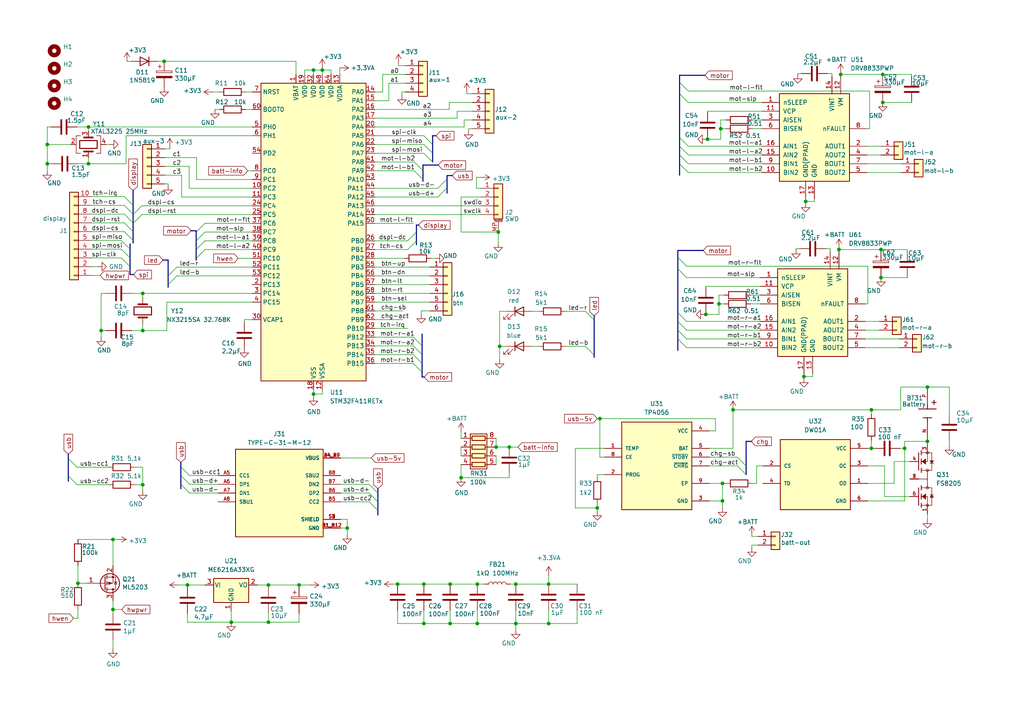
<source format=kicad_sch>
(kicad_sch (version 20230121) (generator eeschema)
  (paper "A4")
  (junction (at 149.606 169.418))
  (junction (at 41.402 85.09))
  (junction (at 252.73 130.048))
  (junction (at 67.056 180.467))
  (junction (at 93.472 20.32))
  (junction (at 86.741 169.672))
  (junction (at 122.936 180.848))
  (junction (at 13.716 47.498))
  (junction (at 77.851 169.672))
  (junction (at 252.73 118.872))
  (junction (at 268.986 128.016))
  (junction (at 100.711 153.162))
  (junction (at 173.228 147.32))
  (junction (at 256.032 21.59))
  (junction (at 204.724 91.186))
  (junction (at 29.337 95.885))
  (junction (at 138.43 169.418))
  (junction (at 159.131 169.418))
  (junction (at 212.598 118.872))
  (junction (at 209.55 140.208))
  (junction (at 90.932 114.3))
  (junction (at 47.625 17.78))
  (junction (at 243.84 21.59))
  (junction (at 256.032 29.718))
  (junction (at 208.534 88.138))
  (junction (at 41.402 140.589))
  (junction (at 209.55 145.288))
  (junction (at 41.402 95.885))
  (junction (at 130.556 180.848))
  (junction (at 130.556 169.418))
  (junction (at 54.356 169.672))
  (junction (at 143.891 129.667))
  (junction (at 32.766 156.464))
  (junction (at 255.524 80.518))
  (junction (at 268.986 112.268))
  (junction (at 138.43 180.848))
  (junction (at 25.654 47.498))
  (junction (at 147.701 129.667))
  (junction (at 144.907 100.457))
  (junction (at 13.716 41.91))
  (junction (at 205.232 40.386))
  (junction (at 22.606 169.164))
  (junction (at 243.332 72.39))
  (junction (at 233.68 58.42))
  (junction (at 25.654 36.83))
  (junction (at 173.99 121.412))
  (junction (at 159.131 180.848))
  (junction (at 122.936 169.418))
  (junction (at 133.731 138.557))
  (junction (at 90.932 20.32))
  (junction (at 262.382 130.048))
  (junction (at 32.766 176.784))
  (junction (at 255.524 72.39))
  (junction (at 149.606 180.848))
  (junction (at 209.042 37.338))
  (junction (at 115.316 169.418))
  (junction (at 144.526 67.31))
  (junction (at 77.851 180.467))
  (junction (at 233.172 109.22))
  (bus_entry (at 19.812 132.969) (size 2.54 2.54))
  (bus_entry (at 197.104 47.498) (size 2.54 2.54))
  (bus_entry (at 119.888 105.41) (size 2.54 2.54))
  (bus_entry (at 36.068 67.183) (size 2.54 2.54))
  (bus_entry (at 118.237 72.39) (size 2.54 -2.54))
  (bus_entry (at 19.812 138.049) (size 2.54 2.54))
  (bus_entry (at 196.596 95.758) (size 2.54 2.54))
  (bus_entry (at 197.104 42.418) (size 2.54 2.54))
  (bus_entry (at 127 54.61) (size 2.54 -2.54))
  (bus_entry (at 196.596 77.978) (size 2.54 2.54))
  (bus_entry (at 35.179 72.263) (size 2.54 2.54))
  (bus_entry (at 52.451 140.462) (size 2.54 2.54))
  (bus_entry (at 52.451 137.922) (size 2.54 2.54))
  (bus_entry (at 127 57.15) (size 2.54 -2.54))
  (bus_entry (at 196.596 74.676) (size 2.54 2.54))
  (bus_entry (at 122.936 44.45) (size 2.54 2.54))
  (bus_entry (at 35.179 74.803) (size 2.54 2.54))
  (bus_entry (at 56.896 67.31) (size 2.54 -2.54))
  (bus_entry (at 197.104 23.876) (size 2.54 2.54))
  (bus_entry (at 56.896 69.85) (size 2.54 -2.54))
  (bus_entry (at 120.142 46.99) (size 2.54 2.54))
  (bus_entry (at 56.896 72.39) (size 2.54 -2.54))
  (bus_entry (at 213.868 135.128) (size 2.54 2.54))
  (bus_entry (at 197.104 44.958) (size 2.54 2.54))
  (bus_entry (at 119.888 97.79) (size 2.54 2.54))
  (bus_entry (at 122.936 41.91) (size 2.54 2.54))
  (bus_entry (at 196.596 93.218) (size 2.54 2.54))
  (bus_entry (at 56.896 74.93) (size 2.54 -2.54))
  (bus_entry (at 36.068 59.563) (size 2.54 2.54))
  (bus_entry (at 36.068 57.023) (size 2.54 2.54))
  (bus_entry (at 197.104 39.878) (size 2.54 2.54))
  (bus_entry (at 120.142 49.53) (size 2.54 2.54))
  (bus_entry (at 169.799 100.457) (size 2.54 2.54))
  (bus_entry (at 107.061 143.002) (size 2.54 2.54))
  (bus_entry (at 38.608 62.23) (size 2.54 -2.54))
  (bus_entry (at 36.068 64.643) (size 2.54 2.54))
  (bus_entry (at 107.061 140.462) (size 2.54 2.54))
  (bus_entry (at 119.888 102.87) (size 2.54 2.54))
  (bus_entry (at 169.799 90.297) (size 2.54 2.54))
  (bus_entry (at 213.868 132.588) (size 2.54 2.54))
  (bus_entry (at 36.068 62.103) (size 2.54 2.54))
  (bus_entry (at 118.237 69.85) (size 2.54 -2.54))
  (bus_entry (at 38.608 64.77) (size 2.54 -2.54))
  (bus_entry (at 122.936 39.37) (size 2.54 2.54))
  (bus_entry (at 35.179 69.723) (size 2.54 2.54))
  (bus_entry (at 196.596 98.298) (size 2.54 2.54))
  (bus_entry (at 197.104 27.178) (size 2.54 2.54))
  (bus_entry (at 119.888 100.33) (size 2.54 2.54))
  (bus_entry (at 48.768 82.55) (size 2.54 -2.54))
  (bus_entry (at 48.768 80.01) (size 2.54 -2.54))
  (bus_entry (at 196.596 90.678) (size 2.54 2.54))
  (bus_entry (at 107.061 145.542) (size 2.54 2.54))
  (bus_entry (at 52.451 135.382) (size 2.54 2.54))
  (wire (pts (xy 26.543 62.103) (xy 36.068 62.103)))
  (bus (pts (xy 122.682 52.07) (xy 122.682 49.53)))
  (wire (pts (xy 115.316 177.038) (xy 115.316 180.848)))
  (wire (pts (xy 90.932 114.3) (xy 90.932 115.062)))
  (wire (pts (xy 51.308 80.01) (xy 73.152 80.01)))
  (bus (pts (xy 125.476 39.37) (xy 125.476 41.91)))
  (wire (pts (xy 52.705 50.8) (xy 52.705 57.15)))
  (wire (pts (xy 149.606 180.848) (xy 149.606 182.753)))
  (wire (pts (xy 255.524 80.518) (xy 263.144 80.518)))
  (bus (pts (xy 120.777 65.278) (xy 120.777 67.31)))
  (wire (pts (xy 59.436 72.39) (xy 73.152 72.39)))
  (wire (pts (xy 209.55 140.208) (xy 210.566 140.208)))
  (bus (pts (xy 38.608 69.215) (xy 38.608 67.183)))
  (wire (pts (xy 256.032 21.59) (xy 256.032 22.098)))
  (wire (pts (xy 98.552 19.685) (xy 98.552 21.59)))
  (wire (pts (xy 173.228 138.43) (xy 173.228 137.668)))
  (wire (pts (xy 154.432 100.457) (xy 156.337 100.457)))
  (wire (pts (xy 22.352 36.83) (xy 25.654 36.83)))
  (wire (pts (xy 159.131 166.878) (xy 159.131 169.418)))
  (wire (pts (xy 159.131 180.848) (xy 167.386 180.848)))
  (bus (pts (xy 37.719 79.629) (xy 38.735 79.629)))
  (wire (pts (xy 240.03 21.336) (xy 241.3 21.336)))
  (wire (pts (xy 93.472 114.3) (xy 90.932 114.3)))
  (wire (pts (xy 124.968 74.93) (xy 126.238 74.93)))
  (wire (pts (xy 136.906 32.258) (xy 132.588 32.258)))
  (wire (pts (xy 261.239 112.268) (xy 268.986 112.268)))
  (wire (pts (xy 108.712 44.45) (xy 122.936 44.45)))
  (wire (pts (xy 108.712 41.91) (xy 122.936 41.91)))
  (bus (pts (xy 216.408 128.016) (xy 217.932 128.016)))
  (bus (pts (xy 38.608 62.103) (xy 38.608 62.23)))
  (bus (pts (xy 56.896 69.85) (xy 56.896 67.31)))
  (wire (pts (xy 13.716 41.91) (xy 20.574 41.91)))
  (bus (pts (xy 48.768 80.01) (xy 48.768 75.438)))
  (wire (pts (xy 124.714 82.55) (xy 108.712 82.55)))
  (wire (pts (xy 32.766 185.674) (xy 32.766 188.214)))
  (wire (pts (xy 124.714 80.01) (xy 108.712 80.01)))
  (wire (pts (xy 199.136 98.298) (xy 220.472 98.298)))
  (wire (pts (xy 132.588 34.29) (xy 108.712 34.29)))
  (wire (pts (xy 163.957 90.297) (xy 169.799 90.297)))
  (wire (pts (xy 135.382 27.178) (xy 136.906 27.178)))
  (wire (pts (xy 36.576 47.498) (xy 36.576 39.37)))
  (wire (pts (xy 133.731 134.747) (xy 133.731 138.557)))
  (wire (pts (xy 41.402 135.509) (xy 41.402 140.589)))
  (wire (pts (xy 117.602 24.13) (xy 112.776 24.13)))
  (wire (pts (xy 108.712 90.17) (xy 116.84 90.17)))
  (bus (pts (xy 122.682 47.879) (xy 127.127 47.879)))
  (wire (pts (xy 220.472 83.058) (xy 204.724 83.058)))
  (wire (pts (xy 261.239 118.872) (xy 261.239 112.268)))
  (wire (pts (xy 108.712 62.23) (xy 139.446 62.23)))
  (wire (pts (xy 93.472 113.03) (xy 93.472 114.3)))
  (wire (pts (xy 110.998 21.59) (xy 117.602 21.59)))
  (bus (pts (xy 109.601 141.732) (xy 109.601 143.002)))
  (wire (pts (xy 32.766 156.464) (xy 32.766 164.084)))
  (wire (pts (xy 41.402 85.09) (xy 41.402 86.36)))
  (wire (pts (xy 217.678 85.598) (xy 220.472 85.598)))
  (wire (pts (xy 251.714 130.048) (xy 252.73 130.048)))
  (wire (pts (xy 108.712 31.75) (xy 130.302 31.75)))
  (wire (pts (xy 239.522 72.136) (xy 240.792 72.136)))
  (wire (pts (xy 47.625 17.78) (xy 85.852 17.78)))
  (wire (pts (xy 122.936 177.038) (xy 122.936 180.848)))
  (wire (pts (xy 93.472 20.32) (xy 96.012 20.32)))
  (bus (pts (xy 52.451 137.922) (xy 52.451 140.462)))
  (wire (pts (xy 218.186 37.338) (xy 220.98 37.338)))
  (bus (pts (xy 122.682 52.578) (xy 122.682 52.07)))
  (wire (pts (xy 250.952 95.758) (xy 255.016 95.758)))
  (wire (pts (xy 264.414 21.59) (xy 264.414 22.098)))
  (wire (pts (xy 166.878 130.048) (xy 166.878 147.32)))
  (wire (pts (xy 98.806 132.842) (xy 107.696 132.842)))
  (bus (pts (xy 122.428 96.901) (xy 122.428 100.33)))
  (bus (pts (xy 196.596 74.676) (xy 196.596 77.978)))
  (wire (pts (xy 233.172 109.22) (xy 233.172 109.728)))
  (bus (pts (xy 38.608 64.77) (xy 38.608 67.183)))
  (wire (pts (xy 57.023 52.07) (xy 57.023 45.72)))
  (bus (pts (xy 196.596 72.644) (xy 196.596 74.676)))
  (wire (pts (xy 144.907 104.267) (xy 144.907 100.457)))
  (bus (pts (xy 37.719 72.263) (xy 37.719 74.803)))
  (wire (pts (xy 59.436 64.77) (xy 73.152 64.77)))
  (bus (pts (xy 122.682 49.53) (xy 122.682 47.879)))
  (bus (pts (xy 56.896 75.438) (xy 56.896 74.93)))
  (wire (pts (xy 233.172 108.458) (xy 233.172 109.22)))
  (wire (pts (xy 144.526 67.31) (xy 144.526 70.485)))
  (wire (pts (xy 22.352 140.589) (xy 31.496 140.589)))
  (wire (pts (xy 41.402 95.885) (xy 38.227 95.885)))
  (wire (pts (xy 115.316 169.418) (xy 122.936 169.418)))
  (wire (pts (xy 144.907 100.457) (xy 144.907 90.297)))
  (wire (pts (xy 212.598 118.872) (xy 252.73 118.872)))
  (wire (pts (xy 110.998 26.67) (xy 110.998 21.59)))
  (wire (pts (xy 275.336 112.268) (xy 275.336 120.142)))
  (wire (pts (xy 138.43 177.038) (xy 138.43 180.848)))
  (wire (pts (xy 218.059 155.575) (xy 219.837 155.575)))
  (bus (pts (xy 196.596 72.644) (xy 203.962 72.644)))
  (bus (pts (xy 37.719 74.803) (xy 37.719 77.343)))
  (bus (pts (xy 56.896 66.929) (xy 55.372 66.929)))
  (bus (pts (xy 56.896 74.93) (xy 56.896 72.39)))
  (bus (pts (xy 56.896 67.31) (xy 56.896 66.929)))
  (wire (pts (xy 108.712 57.15) (xy 127 57.15)))
  (wire (pts (xy 207.518 124.968) (xy 205.74 124.968)))
  (wire (pts (xy 73.152 92.71) (xy 70.866 92.71)))
  (wire (pts (xy 25.146 169.164) (xy 22.606 169.164)))
  (wire (pts (xy 54.864 54.61) (xy 73.152 54.61)))
  (wire (pts (xy 263.144 72.39) (xy 263.144 72.898)))
  (wire (pts (xy 108.712 95.25) (xy 118.237 95.25)))
  (wire (pts (xy 29.337 85.09) (xy 30.607 85.09)))
  (wire (pts (xy 67.056 180.467) (xy 77.851 180.467)))
  (wire (pts (xy 108.712 64.77) (xy 119.888 64.77)))
  (wire (pts (xy 205.232 40.386) (xy 205.232 40.132)))
  (bus (pts (xy 52.451 135.382) (xy 52.451 137.922)))
  (wire (pts (xy 90.932 20.32) (xy 90.932 21.59)))
  (wire (pts (xy 90.932 20.32) (xy 93.472 20.32)))
  (wire (pts (xy 48.387 87.63) (xy 48.387 95.885)))
  (wire (pts (xy 133.731 138.557) (xy 147.701 138.557)))
  (bus (pts (xy 122.428 102.87) (xy 122.428 105.41)))
  (wire (pts (xy 175.26 132.588) (xy 173.99 132.588)))
  (wire (pts (xy 149.606 177.038) (xy 149.606 180.848)))
  (wire (pts (xy 163.957 100.457) (xy 169.799 100.457)))
  (wire (pts (xy 199.136 80.518) (xy 220.472 80.518)))
  (wire (pts (xy 138.176 51.435) (xy 138.176 54.61)))
  (wire (pts (xy 262.382 130.048) (xy 262.382 145.288)))
  (wire (pts (xy 13.716 36.83) (xy 14.732 36.83)))
  (wire (pts (xy 48.387 95.885) (xy 41.402 95.885)))
  (bus (pts (xy 122.428 107.95) (xy 122.428 109.347)))
  (wire (pts (xy 149.606 169.418) (xy 159.131 169.418)))
  (wire (pts (xy 22.606 47.498) (xy 25.654 47.498)))
  (bus (pts (xy 197.104 42.418) (xy 197.104 39.878)))
  (wire (pts (xy 252.222 26.416) (xy 252.222 37.338)))
  (wire (pts (xy 108.712 105.41) (xy 119.888 105.41)))
  (wire (pts (xy 25.654 36.83) (xy 25.654 38.1)))
  (wire (pts (xy 130.556 177.038) (xy 130.556 180.848)))
  (wire (pts (xy 209.042 37.338) (xy 209.042 34.798)))
  (bus (pts (xy 19.812 131.699) (xy 19.812 132.969)))
  (wire (pts (xy 149.606 180.848) (xy 159.131 180.848)))
  (wire (pts (xy 117.348 74.93) (xy 108.712 74.93)))
  (bus (pts (xy 125.476 39.37) (xy 126.492 39.37)))
  (wire (pts (xy 41.402 140.589) (xy 41.402 142.367)))
  (wire (pts (xy 268.986 128.016) (xy 268.986 128.778)))
  (wire (pts (xy 114.046 169.418) (xy 115.316 169.418)))
  (wire (pts (xy 54.356 169.672) (xy 54.356 170.307)))
  (wire (pts (xy 233.172 109.22) (xy 235.712 109.22)))
  (bus (pts (xy 125.476 41.91) (xy 125.476 44.45)))
  (wire (pts (xy 199.644 44.958) (xy 220.98 44.958)))
  (wire (pts (xy 205.232 32.258) (xy 205.232 32.512)))
  (wire (pts (xy 205.74 132.588) (xy 213.868 132.588)))
  (wire (pts (xy 199.644 50.038) (xy 220.98 50.038)))
  (wire (pts (xy 231.394 21.59) (xy 231.394 21.336)))
  (wire (pts (xy 251.714 145.288) (xy 262.382 145.288)))
  (wire (pts (xy 93.472 20.32) (xy 93.472 21.59)))
  (wire (pts (xy 13.716 36.83) (xy 13.716 41.91)))
  (wire (pts (xy 26.543 67.183) (xy 36.068 67.183)))
  (wire (pts (xy 199.644 42.418) (xy 220.98 42.418)))
  (wire (pts (xy 173.228 146.05) (xy 173.228 147.32)))
  (wire (pts (xy 204.724 91.186) (xy 208.534 91.186)))
  (bus (pts (xy 172.339 92.837) (xy 172.339 102.997)))
  (wire (pts (xy 250.952 98.298) (xy 260.858 98.298)))
  (wire (pts (xy 209.55 140.208) (xy 209.55 145.288)))
  (wire (pts (xy 250.952 100.838) (xy 260.858 100.838)))
  (wire (pts (xy 133.731 67.31) (xy 144.526 67.31)))
  (wire (pts (xy 48.768 53.848) (xy 48.768 53.34)))
  (wire (pts (xy 90.932 113.03) (xy 90.932 114.3)))
  (wire (pts (xy 212.598 130.048) (xy 212.598 118.872)))
  (wire (pts (xy 124.714 85.09) (xy 108.712 85.09)))
  (wire (pts (xy 112.776 24.13) (xy 112.776 29.21)))
  (wire (pts (xy 204.978 40.386) (xy 205.232 40.386)))
  (wire (pts (xy 199.644 26.416) (xy 252.222 26.416)))
  (wire (pts (xy 255.524 72.39) (xy 263.144 72.39)))
  (wire (pts (xy 54.991 137.922) (xy 63.246 137.922)))
  (wire (pts (xy 108.712 97.79) (xy 119.888 97.79)))
  (wire (pts (xy 41.402 85.09) (xy 73.152 85.09)))
  (wire (pts (xy 159.131 177.038) (xy 159.131 180.848)))
  (wire (pts (xy 268.986 112.268) (xy 275.336 112.268)))
  (wire (pts (xy 251.46 50.038) (xy 261.366 50.038)))
  (bus (pts (xy 52.451 134.112) (xy 52.451 135.382)))
  (wire (pts (xy 241.3 21.336) (xy 241.3 22.098)))
  (bus (pts (xy 122.428 109.347) (xy 123.063 109.347)))
  (bus (pts (xy 109.601 143.002) (xy 109.601 145.542)))
  (wire (pts (xy 167.386 177.038) (xy 167.386 180.848)))
  (bus (pts (xy 197.104 47.498) (xy 197.104 44.958)))
  (wire (pts (xy 259.334 133.858) (xy 259.334 140.208)))
  (wire (pts (xy 251.714 77.216) (xy 251.714 88.138)))
  (wire (pts (xy 34.036 156.464) (xy 32.766 156.464)))
  (wire (pts (xy 59.436 67.31) (xy 73.152 67.31)))
  (bus (pts (xy 48.768 75.438) (xy 47.244 75.438)))
  (wire (pts (xy 48.387 87.63) (xy 73.152 87.63)))
  (wire (pts (xy 108.712 72.39) (xy 118.237 72.39)))
  (wire (pts (xy 25.654 47.498) (xy 36.576 47.498)))
  (wire (pts (xy 217.678 88.138) (xy 220.472 88.138)))
  (wire (pts (xy 29.337 95.885) (xy 30.607 95.885)))
  (wire (pts (xy 47.752 50.8) (xy 52.705 50.8)))
  (bus (pts (xy 120.777 67.31) (xy 120.777 69.85)))
  (wire (pts (xy 208.534 88.138) (xy 210.058 88.138)))
  (wire (pts (xy 108.712 36.83) (xy 134.62 36.83)))
  (wire (pts (xy 250.952 88.138) (xy 251.714 88.138)))
  (bus (pts (xy 122.428 100.33) (xy 122.428 102.87)))
  (wire (pts (xy 49.276 43.18) (xy 47.752 43.18)))
  (bus (pts (xy 38.608 69.342) (xy 38.608 69.723)))
  (wire (pts (xy 93.472 19.685) (xy 93.472 20.32)))
  (wire (pts (xy 199.136 77.216) (xy 251.714 77.216)))
  (wire (pts (xy 256.54 135.128) (xy 256.54 144.018)))
  (wire (pts (xy 26.543 72.263) (xy 35.179 72.263)))
  (wire (pts (xy 133.731 57.15) (xy 139.446 57.15)))
  (wire (pts (xy 26.543 74.803) (xy 35.179 74.803)))
  (wire (pts (xy 22.606 169.164) (xy 22.606 164.084)))
  (wire (pts (xy 13.716 47.498) (xy 13.716 49.53)))
  (wire (pts (xy 199.644 29.718) (xy 220.98 29.718)))
  (wire (pts (xy 230.886 72.136) (xy 231.902 72.136)))
  (wire (pts (xy 22.352 135.509) (xy 31.496 135.509)))
  (wire (pts (xy 218.059 155.194) (xy 218.059 155.575)))
  (wire (pts (xy 41.402 93.98) (xy 41.402 95.885)))
  (wire (pts (xy 132.588 32.258) (xy 132.588 34.29)))
  (wire (pts (xy 173.228 147.32) (xy 173.228 148.336)))
  (wire (pts (xy 175.26 130.048) (xy 166.878 130.048)))
  (wire (pts (xy 252.73 118.872) (xy 261.239 118.872)))
  (wire (pts (xy 130.302 31.75) (xy 130.302 29.718)))
  (wire (pts (xy 122.174 90.17) (xy 122.174 91.186)))
  (wire (pts (xy 41.148 59.69) (xy 73.152 59.69)))
  (wire (pts (xy 207.518 121.412) (xy 207.518 124.968)))
  (bus (pts (xy 38.608 64.77) (xy 38.608 64.643)))
  (wire (pts (xy 233.68 58.42) (xy 236.22 58.42)))
  (wire (pts (xy 85.852 21.59) (xy 85.852 17.78)))
  (wire (pts (xy 70.866 92.71) (xy 70.866 93.472)))
  (wire (pts (xy 208.534 88.138) (xy 208.534 91.186)))
  (wire (pts (xy 233.68 58.42) (xy 233.68 58.928)))
  (bus (pts (xy 129.667 50.927) (xy 129.667 56.007)))
  (wire (pts (xy 204.47 91.186) (xy 204.724 91.186)))
  (wire (pts (xy 98.806 140.462) (xy 107.061 140.462)))
  (wire (pts (xy 235.712 109.22) (xy 235.712 108.458)))
  (wire (pts (xy 133.731 125.222) (xy 133.731 127.127)))
  (wire (pts (xy 98.806 143.002) (xy 107.061 143.002)))
  (wire (pts (xy 199.136 93.218) (xy 220.472 93.218)))
  (wire (pts (xy 218.186 34.798) (xy 220.98 34.798)))
  (bus (pts (xy 216.408 137.668) (xy 216.408 135.128)))
  (wire (pts (xy 135.382 26.67) (xy 135.382 27.178)))
  (wire (pts (xy 71.247 26.67) (xy 73.152 26.67)))
  (wire (pts (xy 243.84 21.082) (xy 243.84 21.59)))
  (wire (pts (xy 25.654 45.72) (xy 25.654 47.498)))
  (wire (pts (xy 256.032 21.59) (xy 264.414 21.59)))
  (wire (pts (xy 48.768 53.34) (xy 47.752 53.34)))
  (wire (pts (xy 143.891 129.667) (xy 147.701 129.667)))
  (wire (pts (xy 268.986 149.098) (xy 268.986 150.622)))
  (wire (pts (xy 138.176 54.61) (xy 139.446 54.61)))
  (wire (pts (xy 251.714 135.128) (xy 256.54 135.128)))
  (wire (pts (xy 26.543 77.343) (xy 28.321 77.343)))
  (bus (pts (xy 197.104 21.844) (xy 204.47 21.844)))
  (wire (pts (xy 112.776 29.21) (xy 108.712 29.21)))
  (wire (pts (xy 29.337 97.79) (xy 29.337 95.885)))
  (bus (pts (xy 120.777 65.278) (xy 121.412 65.278)))
  (wire (pts (xy 45.72 17.78) (xy 47.625 17.78)))
  (wire (pts (xy 98.806 153.162) (xy 100.711 153.162)))
  (wire (pts (xy 108.712 26.67) (xy 110.998 26.67)))
  (wire (pts (xy 218.186 140.208) (xy 219.456 140.208)))
  (wire (pts (xy 148.082 169.418) (xy 149.606 169.418)))
  (wire (pts (xy 251.46 42.418) (xy 255.524 42.418)))
  (bus (pts (xy 38.608 69.723) (xy 38.608 70.485)))
  (wire (pts (xy 71.882 49.53) (xy 73.152 49.53)))
  (wire (pts (xy 204.724 83.058) (xy 204.724 83.312)))
  (wire (pts (xy 47.752 48.26) (xy 54.864 48.26)))
  (wire (pts (xy 122.936 169.418) (xy 130.556 169.418)))
  (wire (pts (xy 147.701 138.557) (xy 147.701 137.287)))
  (wire (pts (xy 21.336 179.324) (xy 22.606 179.324)))
  (wire (pts (xy 199.644 47.498) (xy 220.98 47.498)))
  (wire (pts (xy 108.712 59.69) (xy 139.446 59.69)))
  (wire (pts (xy 251.46 37.338) (xy 252.222 37.338)))
  (wire (pts (xy 88.392 21.59) (xy 88.392 20.32)))
  (wire (pts (xy 54.991 140.462) (xy 63.246 140.462)))
  (bus (pts (xy 19.812 138.049) (xy 19.812 139.573)))
  (wire (pts (xy 116.586 26.67) (xy 117.602 26.67)))
  (bus (pts (xy 37.719 77.343) (xy 37.719 79.629)))
  (wire (pts (xy 36.83 17.78) (xy 38.1 17.78)))
  (wire (pts (xy 22.606 156.464) (xy 32.766 156.464)))
  (wire (pts (xy 139.446 51.435) (xy 138.176 51.435)))
  (wire (pts (xy 77.851 169.672) (xy 86.741 169.672)))
  (wire (pts (xy 243.84 21.59) (xy 256.032 21.59)))
  (wire (pts (xy 159.131 169.418) (xy 167.386 169.418)))
  (bus (pts (xy 197.104 27.178) (xy 197.104 39.878)))
  (bus (pts (xy 197.104 44.958) (xy 197.104 42.418)))
  (wire (pts (xy 74.676 169.672) (xy 77.851 169.672)))
  (wire (pts (xy 51.308 77.47) (xy 73.152 77.47)))
  (wire (pts (xy 39.116 140.589) (xy 41.402 140.589)))
  (wire (pts (xy 243.332 72.39) (xy 255.524 72.39)))
  (wire (pts (xy 57.023 52.07) (xy 73.152 52.07)))
  (wire (pts (xy 32.766 176.784) (xy 32.766 178.054)))
  (wire (pts (xy 138.43 180.848) (xy 149.606 180.848)))
  (wire (pts (xy 262.382 130.048) (xy 262.382 128.016)))
  (wire (pts (xy 268.986 127.508) (xy 268.986 128.016)))
  (bus (pts (xy 196.596 98.298) (xy 196.596 95.758)))
  (wire (pts (xy 98.806 150.622) (xy 100.711 150.622)))
  (wire (pts (xy 96.012 20.32) (xy 96.012 21.59)))
  (wire (pts (xy 255.524 72.39) (xy 255.524 72.898)))
  (wire (pts (xy 52.705 57.15) (xy 73.152 57.15)))
  (bus (pts (xy 38.608 55.245) (xy 38.608 59.563)))
  (bus (pts (xy 52.451 140.462) (xy 52.451 141.732)))
  (wire (pts (xy 32.766 174.244) (xy 32.766 176.784)))
  (wire (pts (xy 98.806 145.542) (xy 107.061 145.542)))
  (wire (pts (xy 108.712 100.33) (xy 119.888 100.33)))
  (wire (pts (xy 22.606 179.324) (xy 22.606 176.784)))
  (wire (pts (xy 26.543 59.563) (xy 36.068 59.563)))
  (wire (pts (xy 230.886 72.39) (xy 230.886 72.136)))
  (wire (pts (xy 26.543 64.643) (xy 36.068 64.643)))
  (wire (pts (xy 100.711 150.622) (xy 100.711 153.162)))
  (wire (pts (xy 26.543 69.723) (xy 35.179 69.723)))
  (wire (pts (xy 51.816 169.672) (xy 54.356 169.672)))
  (wire (pts (xy 205.74 130.048) (xy 212.598 130.048)))
  (wire (pts (xy 199.136 100.838) (xy 220.472 100.838)))
  (wire (pts (xy 49.276 42.672) (xy 49.276 43.18)))
  (wire (pts (xy 252.73 118.872) (xy 252.73 120.142)))
  (wire (pts (xy 77.851 169.672) (xy 77.851 170.307)))
  (wire (pts (xy 32.766 176.784) (xy 35.306 176.784)))
  (wire (pts (xy 251.46 44.958) (xy 255.524 44.958)))
  (wire (pts (xy 263.906 133.858) (xy 259.334 133.858)))
  (bus (pts (xy 122.428 105.41) (xy 122.428 107.95)))
  (wire (pts (xy 71.247 31.75) (xy 73.152 31.75)))
  (wire (pts (xy 54.356 180.467) (xy 67.056 180.467)))
  (wire (pts (xy 115.57 18.288) (xy 115.57 19.05)))
  (wire (pts (xy 231.394 21.336) (xy 232.41 21.336)))
  (wire (pts (xy 115.316 180.848) (xy 122.936 180.848)))
  (wire (pts (xy 108.712 102.87) (xy 119.888 102.87)))
  (wire (pts (xy 261.112 130.048) (xy 262.382 130.048)))
  (wire (pts (xy 54.991 143.002) (xy 63.246 143.002)))
  (wire (pts (xy 236.22 58.42) (xy 236.22 57.658)))
  (bus (pts (xy 196.596 101.6) (xy 196.596 98.298)))
  (wire (pts (xy 54.864 48.26) (xy 54.864 54.61)))
  (wire (pts (xy 13.716 47.498) (xy 14.986 47.498)))
  (bus (pts (xy 48.768 83.312) (xy 48.768 82.55)))
  (wire (pts (xy 122.936 180.848) (xy 130.556 180.848)))
  (bus (pts (xy 197.104 21.844) (xy 197.104 23.876)))
  (wire (pts (xy 204.724 91.186) (xy 204.724 90.932)))
  (wire (pts (xy 208.534 88.138) (xy 208.534 85.598)))
  (bus (pts (xy 172.339 91.567) (xy 172.339 92.837)))
  (wire (pts (xy 205.74 135.128) (xy 213.868 135.128)))
  (bus (pts (xy 120.777 69.85) (xy 120.777 70.993)))
  (wire (pts (xy 144.907 90.297) (xy 146.812 90.297)))
  (wire (pts (xy 208.534 85.598) (xy 210.058 85.598)))
  (bus (pts (xy 125.476 44.45) (xy 125.476 46.99)))
  (wire (pts (xy 38.227 85.09) (xy 41.402 85.09)))
  (wire (pts (xy 205.74 140.208) (xy 209.55 140.208)))
  (bus (pts (xy 197.104 23.876) (xy 197.104 27.178)))
  (wire (pts (xy 220.98 32.258) (xy 205.232 32.258)))
  (wire (pts (xy 59.436 69.85) (xy 73.152 69.85)))
  (wire (pts (xy 144.907 100.457) (xy 146.812 100.457)))
  (wire (pts (xy 108.712 39.37) (xy 122.936 39.37)))
  (bus (pts (xy 38.608 62.23) (xy 38.608 64.643)))
  (wire (pts (xy 135.89 37.846) (xy 135.89 37.338)))
  (wire (pts (xy 262.382 128.016) (xy 268.986 128.016)))
  (wire (pts (xy 108.712 54.61) (xy 127 54.61)))
  (wire (pts (xy 243.332 71.882) (xy 243.332 72.39)))
  (wire (pts (xy 26.543 57.023) (xy 36.068 57.023)))
  (wire (pts (xy 256.032 29.718) (xy 264.414 29.718)))
  (wire (pts (xy 108.712 69.85) (xy 118.237 69.85)))
  (wire (pts (xy 86.741 169.672) (xy 89.916 169.672)))
  (wire (pts (xy 41.148 62.23) (xy 73.152 62.23)))
  (wire (pts (xy 209.042 37.338) (xy 210.566 37.338)))
  (wire (pts (xy 86.741 169.672) (xy 86.741 170.307)))
  (wire (pts (xy 240.792 72.136) (xy 240.792 72.898)))
  (bus (pts (xy 38.608 59.563) (xy 38.608 62.103)))
  (wire (pts (xy 130.302 29.718) (xy 136.906 29.718)))
  (wire (pts (xy 124.714 77.47) (xy 108.712 77.47)))
  (wire (pts (xy 36.576 39.37) (xy 73.152 39.37)))
  (wire (pts (xy 205.232 40.386) (xy 209.042 40.386)))
  (bus (pts (xy 37.719 70.739) (xy 37.719 72.263)))
  (wire (pts (xy 133.731 129.667) (xy 133.731 132.207)))
  (bus (pts (xy 216.408 135.128) (xy 216.408 128.016)))
  (wire (pts (xy 108.712 49.53) (xy 120.142 49.53)))
  (wire (pts (xy 61.722 26.67) (xy 63.627 26.67)))
  (wire (pts (xy 63.627 31.75) (xy 62.357 31.75)))
  (wire (pts (xy 209.042 34.798) (xy 210.566 34.798)))
  (wire (pts (xy 77.851 180.467) (xy 86.741 180.467)))
  (wire (pts (xy 233.68 57.658) (xy 233.68 58.42)))
  (wire (pts (xy 100.711 153.162) (xy 100.711 155.067)))
  (wire (pts (xy 86.741 180.467) (xy 86.741 177.927)))
  (wire (pts (xy 13.716 41.91) (xy 13.716 47.498)))
  (bus (pts (xy 109.601 145.542) (xy 109.601 148.082)))
  (wire (pts (xy 251.714 140.208) (xy 259.334 140.208)))
  (wire (pts (xy 143.891 127.127) (xy 143.891 129.667)))
  (wire (pts (xy 219.456 135.128) (xy 221.234 135.128)))
  (wire (pts (xy 250.952 93.218) (xy 255.016 93.218)))
  (wire (pts (xy 29.337 95.885) (xy 29.337 85.09)))
  (bus (pts (xy 48.768 82.55) (xy 48.768 80.01)))
  (wire (pts (xy 154.432 90.297) (xy 156.337 90.297)))
  (wire (pts (xy 115.57 19.05) (xy 117.602 19.05)))
  (wire (pts (xy 219.456 140.208) (xy 219.456 135.128)))
  (wire (pts (xy 256.54 144.018) (xy 263.906 144.018)))
  (bus (pts (xy 109.601 148.082) (xy 109.601 149.352)))
  (wire (pts (xy 209.042 37.338) (xy 209.042 40.386)))
  (wire (pts (xy 251.46 47.498) (xy 261.366 47.498)))
  (wire (pts (xy 108.712 46.99) (xy 120.142 46.99)))
  (wire (pts (xy 77.851 180.467) (xy 77.851 177.927)))
  (wire (pts (xy 39.116 135.509) (xy 41.402 135.509)))
  (bus (pts (xy 196.596 95.758) (xy 196.596 93.218)))
  (wire (pts (xy 108.712 92.71) (xy 116.84 92.71)))
  (wire (pts (xy 173.99 121.412) (xy 207.518 121.412)))
  (wire (pts (xy 88.392 20.32) (xy 90.932 20.32)))
  (wire (pts (xy 218.059 158.877) (xy 218.059 158.115)))
  (wire (pts (xy 138.43 169.418) (xy 140.462 169.418)))
  (bus (pts (xy 129.667 50.927) (xy 131.191 50.927)))
  (wire (pts (xy 116.586 27.686) (xy 116.586 26.67)))
  (wire (pts (xy 147.701 129.667) (xy 150.241 129.667)))
  (wire (pts (xy 218.059 158.115) (xy 219.837 158.115)))
  (wire (pts (xy 209.55 145.288) (xy 209.55 147.32)))
  (bus (pts (xy 196.596 93.218) (xy 196.596 90.678)))
  (wire (pts (xy 143.891 132.207) (xy 143.891 134.747)))
  (wire (pts (xy 69.088 74.93) (xy 73.152 74.93)))
  (wire (pts (xy 30.734 41.91) (xy 31.75 41.91)))
  (wire (pts (xy 243.332 72.39) (xy 243.332 72.898)))
  (wire (pts (xy 205.74 145.288) (xy 209.55 145.288)))
  (wire (pts (xy 134.62 34.798) (xy 136.906 34.798)))
  (wire (pts (xy 173.228 121.412) (xy 173.99 121.412)))
  (wire (pts (xy 252.73 130.048) (xy 253.492 130.048)))
  (wire (pts (xy 134.62 36.83) (xy 134.62 34.798)))
  (wire (pts (xy 173.228 137.668) (xy 175.26 137.668)))
  (wire (pts (xy 130.556 169.418) (xy 138.43 169.418)))
  (wire (pts (xy 57.023 45.72) (xy 47.752 45.72)))
  (wire (pts (xy 130.556 180.848) (xy 138.43 180.848)))
  (wire (pts (xy 54.356 177.927) (xy 54.356 180.467)))
  (wire (pts (xy 67.056 177.292) (xy 67.056 180.467)))
  (bus (pts (xy 19.812 132.969) (xy 19.812 138.049)))
  (wire (pts (xy 124.714 90.17) (xy 122.174 90.17)))
  (wire (pts (xy 243.84 21.59) (xy 243.84 22.098)))
  (wire (pts (xy 275.336 127.762) (xy 275.336 129.286)))
  (wire (pts (xy 199.136 95.758) (xy 220.472 95.758)))
  (wire (pts (xy 25.654 36.83) (xy 73.152 36.83)))
  (wire (pts (xy 252.73 130.048) (xy 252.73 127.762)))
  (wire (pts (xy 135.89 37.338) (xy 136.906 37.338)))
  (wire (pts (xy 173.99 132.588) (xy 173.99 121.412)))
  (bus (pts (xy 197.104 50.8) (xy 197.104 47.498)))
  (wire (pts (xy 26.543 79.883) (xy 29.083 79.883)))
  (wire (pts (xy 166.878 147.32) (xy 173.228 147.32)))
  (wire (pts (xy 124.714 87.63) (xy 108.712 87.63)))
  (wire (pts (xy 54.356 169.672) (xy 59.436 169.672)))
  (bus (pts (xy 56.896 72.39) (xy 56.896 69.85)))
  (wire (pts (xy 133.731 57.15) (xy 133.731 67.31)))
  (bus (pts (xy 196.596 77.978) (xy 196.596 90.678)))
  (bus (pts (xy 172.339 102.997) (xy 172.339 103.632)))
  (label "chg-sb" (at 205.994 132.588 0))
  (label "usb-cc1" (at 55.626 137.922 0))
  (label "c3" (at 50.038 50.8 0))
  (label "btn-rt" (at 116.84 85.09 180))
  (label "spi-clk" (at 113.538 39.37 0))
  (label "chg-act" (at 205.994 135.128 0))
  (label "mot-l-a2" (at 62.611 72.39 0))
  (label "spi-miso" (at 113.538 41.91 0))
  (label "dspl-dc" (at 109.855 69.85 0))
  (label "mot-r-flt" (at 211.074 77.216 0))
  (label "tch-cs" (at 26.797 59.563 0))
  (label "mot-r-a1" (at 110.236 97.79 0))
  (label "mot-l-b1" (at 110.49 49.53 0))
  (label "mot-r-a2" (at 110.236 100.33 0))
  (label "mot-r-b2" (at 110.236 102.87 0))
  (label "mot-r-a2" (at 210.82 95.758 0))
  (label "mot-l-a1" (at 62.611 69.85 0))
  (label "btn-lt" (at 116.713 82.55 180))
  (label "dspl-cs" (at 42.799 59.69 0))
  (label "usb-cc1" (at 23.114 135.509 0))
  (label "spi-miso" (at 26.543 69.723 0))
  (label "usb-d-" (at 55.626 143.002 0))
  (label "spi-clk" (at 26.543 74.803 0))
  (label "usb-d+" (at 99.441 143.002 0))
  (label "chg-sb" (at 110.49 90.17 0))
  (label "mot-slp" (at 211.328 29.718 0))
  (label "tch-cs" (at 110.109 72.39 0))
  (label "spi-mosi" (at 26.543 72.263 0))
  (label "a3" (at 122.682 34.29 0))
  (label "mot-l-flt" (at 211.582 26.416 0))
  (label "chg-act" (at 110.49 92.71 0))
  (label "mot-l-flt" (at 110.109 64.77 0))
  (label "mot-l-b1" (at 211.328 47.498 0))
  (label "dspl-rst" (at 26.543 64.643 0))
  (label "mot-r-a1" (at 210.82 93.218 0))
  (label "mot-l-b2" (at 211.328 50.038 0))
  (label "tch-irq" (at 110.236 95.25 0))
  (label "a4" (at 122.682 36.83 0))
  (label "mot-l-a1" (at 211.328 42.418 0))
  (label "c1" (at 50.038 45.72 0))
  (label "spi-mosi" (at 113.538 44.45 0))
  (label "mot-r-b1" (at 110.236 105.41 0))
  (label "usb-d-" (at 99.441 140.462 0))
  (label "btn-sel" (at 118.11 87.63 180))
  (label "mot-l-b2" (at 110.49 46.99 0))
  (label "a1" (at 113.157 24.13 0))
  (label "btn-dn" (at 117.602 80.01 180))
  (label "btn-up" (at 117.602 77.47 180))
  (label "usb-d-" (at 118.364 54.61 0))
  (label "tch-irq" (at 26.797 57.023 0))
  (label "dspl-dc" (at 26.543 62.103 0))
  (label "c2" (at 50.038 48.26 0))
  (label "swclk" (at 134.366 62.23 0))
  (label "led-r" (at 52.07 77.47 0))
  (label "usb-d+" (at 118.364 57.15 0))
  (label "led-r" (at 164.846 90.297 0))
  (label "dspl-cs" (at 26.543 67.183 0))
  (label "a2" (at 122.555 31.75 0))
  (label "mot-r-b2" (at 210.82 100.838 0))
  (label "swdio" (at 134.366 59.69 0))
  (label "dspl-rst" (at 42.799 62.23 0))
  (label "mot-r-flt" (at 62.738 64.77 0))
  (label "mot-l-a2" (at 211.328 44.958 0))
  (label "usb-cc2" (at 23.114 140.589 0))
  (label "a0" (at 113.157 21.59 0))
  (label "mot-slp" (at 210.82 80.518 0))
  (label "led-b" (at 164.846 100.457 0))
  (label "mot-r-b1" (at 210.82 98.298 0))
  (label "usb-cc2" (at 99.441 145.542 0))
  (label "led-b" (at 52.07 80.01 0))
  (label "mot-slp" (at 62.611 67.31 0))
  (label "usb-d+" (at 55.626 140.462 0))
  (global_label "spi" (shape input) (at 126.492 39.37 0) (property "Intersheetrefs" "${INTERSHEET_REFS}" (effects hide)))
  (global_label "display" (shape input) (at 121.412 65.278 0) (property "Intersheetrefs" "${INTERSHEET_REFS}" (effects hide)))
  (global_label "usb" (shape input) (at 19.812 131.699 90) (property "Intersheetrefs" "${INTERSHEET_REFS}" (effects hide)))
  (global_label "batt-info" (shape input) (at 150.241 129.667 0) (property "Intersheetrefs" "${INTERSHEET_REFS}" (effects hide)))
  (global_label "usb" (shape input) (at 52.451 134.112 90) (property "Intersheetrefs" "${INTERSHEET_REFS}" (effects hide)))
  (global_label "usb" (shape input) (at 109.601 141.732 90) (property "Intersheetrefs" "${INTERSHEET_REFS}" (effects hide)))
  (global_label "chg" (shape input) (at 217.932 128.016 0) (property "Intersheetrefs" "${INTERSHEET_REFS}" (effects hide)))
  (global_label "motor" (shape input) (at 127.127 47.879 0) (property "Intersheetrefs" "${INTERSHEET_REFS}" (effects hide)))
  (global_label "motor" (shape input) (at 204.47 21.844 0) (property "Intersheetrefs" "${INTERSHEET_REFS}" (effects hide)))
  (global_label "display" (shape input) (at 38.608 55.245 90) (property "Intersheetrefs" "${INTERSHEET_REFS}" (effects hide)))
  (global_label "hwen" (shape input) (at 69.088 74.93 180) (property "Intersheetrefs" "${INTERSHEET_REFS}" (effects hide)))
  (global_label "motor" (shape input) (at 203.962 72.644 0) (property "Intersheetrefs" "${INTERSHEET_REFS}" (effects hide)))
  (global_label "hwpwr" (shape input) (at 29.083 79.883 0) (property "Intersheetrefs" "${INTERSHEET_REFS}" (effects hide)))
  (global_label "usb-5v" (shape input) (at 107.696 132.842 0) (property "Intersheetrefs" "${INTERSHEET_REFS}" (effects hide)))
  (global_label "hwpwr" (shape input) (at 35.306 176.784 0) (property "Intersheetrefs" "${INTERSHEET_REFS}" (effects hide)))
  (global_label "motor" (shape input) (at 123.063 109.347 0) (property "Intersheetrefs" "${INTERSHEET_REFS}" (effects hide)))
  (global_label "led" (shape input) (at 47.244 75.438 180) (property "Intersheetrefs" "${INTERSHEET_REFS}" (effects hide)))
  (global_label "spi" (shape input) (at 38.735 79.629 0) (property "Intersheetrefs" "${INTERSHEET_REFS}" (effects hide)))
  (global_label "usb-5v" (shape input) (at 173.228 121.412 180) (property "Intersheetrefs" "${INTERSHEET_REFS}" (effects hide)))
  (global_label "batt-info" (shape input) (at 71.882 49.53 180) (property "Intersheetrefs" "${INTERSHEET_REFS}" (effects hide)))
  (global_label "hwen" (shape input) (at 21.336 179.324 180) (property "Intersheetrefs" "${INTERSHEET_REFS}" (effects hide)))
  (global_label "motor" (shape input) (at 55.372 66.929 180) (property "Intersheetrefs" "${INTERSHEET_REFS}" (effects hide)))
  (global_label "usb" (shape input) (at 131.191 50.927 0) (property "Intersheetrefs" "${INTERSHEET_REFS}" (effects hide)))
  (global_label "led" (shape input) (at 172.339 91.567 90) (property "Intersheetrefs" "${INTERSHEET_REFS}" (effects hide)))
  (symbol (lib_id "Device:C") (at 159.131 173.228 180) (unit 1)
    (property "Reference" "C30" (at 163.449 175.768 0) (effects (justify left)))
    (property "Value" "1μF" (at 163.576 177.673 0) (effects (justify left)))
    (property "Footprint" "Capacitor_SMD:C_0603_1608Metric" (effects hide))
  )
  (symbol (lib_id "power:GND") (at 47.625 25.4 0) (unit 1)
    (property "Reference" "#PWR0107" (effects hide))
    (property "Value" "GND" (at 47.625 29.21 0) (effects (justify right)))
  )
  (symbol (lib_id "power:GND") (at 275.336 129.286 0) (unit 1)
    (property "Reference" "#PWR0136" (effects hide))
    (property "Value" "GND" (at 280.162 131.826 0) (effects (justify right)))
  )
  (symbol (lib_id "DW01A:DW01A") (at 236.474 137.668 0) (unit 1)
    (property "Reference" "U32" (at 236.474 122.174 0))
    (property "Value" "DW01A" (at 236.474 124.714 0))
    (property "Footprint" "DW01A:SOT95P280X145-6N" (effects hide))
    (property "MF" "Fortune Semiconductor" (effects hide))
    (property "SNAPEDA_PACKAGE_ID" "103849" (effects hide))
    (property "Package" "SOT-23-6 Fortune Semiconductor" (effects hide))
    (property "Price" "None" (effects hide))
    (property "Check_prices" "https://www.snapeda.com/parts/DW01A/Fortune+Semiconductor/view-part/?ref=eda" (effects hide))
    (property "STANDARD" "IPC 7351B" (effects hide))
    (property "PARTREV" "1.8" (effects hide))
    (property "SnapEDA_Link" "https://www.snapeda.com/parts/DW01A/Fortune+Semiconductor/view-part/?ref=snap" (effects hide))
    (property "MP" "DW01A" (effects hide))
    (property "Description" "\n                        \n                            One Cell Lithium-ion/Polymer Battery Protection IC\n                        \n" (effects hide))
    (property "MANUFACTURER" "Fortune Semiconductor" (effects hide))
    (property "Availability" "Not in stock" (effects hide))
    (property "MAXIMUM_PACKAGE_HEIGHT" "1.45mm" (effects hide))
  )
  (symbol (lib_id "Device:C") (at 205.232 36.322 0) (unit 1)
    (property "Reference" "C54" (at 198.628 33.528 0) (effects (justify left)))
    (property "Value" "10nF" (at 197.866 36.068 0) (effects (justify left)))
    (property "Footprint" "Capacitor_SMD:C_0603_1608Metric" (effects hide))
  )
  (symbol (lib_id "power:GND") (at 255.524 80.518 0) (unit 1)
    (property "Reference" "#PWR0126" (effects hide))
    (property "Value" "GND" (at 255.524 84.328 0) (effects (justify right)))
  )
  (symbol (lib_id "power:GND") (at 100.711 155.067 0) (unit 1)
    (property "Reference" "#PWR0142" (effects hide))
    (property "Value" "GND" (at 100.711 158.877 0) (effects (justify right)))
  )
  (symbol (lib_id "power:GND") (at 256.032 29.718 0) (unit 1)
    (property "Reference" "#PWR0111" (effects hide))
    (property "Value" "GND" (at 256.032 33.528 0) (effects (justify right)))
  )
  (symbol (lib_id "Device:C") (at 34.417 95.885 90) (unit 1)
    (property "Reference" "C15" (at 38.862 97.79 90) (effects (justify left)))
    (property "Value" "8pF" (at 38.862 99.695 90) (effects (justify left)))
    (property "Footprint" "Capacitor_SMD:C_0603_1608Metric" (effects hide))
  )
  (symbol (lib_id "power:GND") (at 70.866 101.092 0) (unit 1)
    (property "Reference" "#PWR0130" (effects hide))
    (property "Value" "GND" (at 70.993 105.4862 0))
  )
  (symbol (lib_id "TYPE-C-31-M-12:TYPE-C-31-M-12") (at 81.026 143.002 0) (unit 1)
    (property "Reference" "J31" (at 81.026 125.857 0))
    (property "Value" "TYPE-C-31-M-12" (at 81.026 128.397 0))
    (property "Footprint" "TYPE-C-31-M-12:HRO_TYPE-C-31-M-12" (effects hide))
    (property "MF" "HRO Electronics Co., Ltd." (effects hide))
    (property "MAXIMUM_PACKAGE_HEIGHT" "3.26 mm" (effects hide))
    (property "Package" "Package" (effects hide))
    (property "Price" "None" (effects hide))
    (property "Check_prices" "https://www.snapeda.com/parts/TYPE-C-31-M-12/HRO+Electronics+Co.%252C+Ltd./view-part/?ref=eda" (effects hide))
    (property "STANDARD" "Manufacturer Recommendations" (effects hide))
    (property "PARTREV" "2020.12.08" (effects hide))
    (property "SnapEDA_Link" "https://www.snapeda.com/parts/TYPE-C-31-M-12/HRO+Electronics+Co.%252C+Ltd./view-part/?ref=snap" (effects hide))
    (property "MP" "TYPE-C-31-M-12" (effects hide))
    (property "Description" "\nUSB Connectors 24 Receptacle 1 8.94*7.3mm RoHS\n" (effects hide))
    (property "SNAPEDA_PN" "TYPE-C-31-M-12" (effects hide))
    (property "Availability" "Not in stock" (effects hide))
    (property "MANUFACTURER" "HRO Electronics Co., Ltd." (effects hide))
  )
  (symbol (lib_id "power:GND") (at 209.55 147.32 0) (unit 1)
    (property "Reference" "#PWR0139" (effects hide))
    (property "Value" "GND" (at 209.55 151.13 0) (effects (justify right)))
  )
  (symbol (lib_id "xdeya-rescue:+3.3V-power") (at 135.382 26.67 0) (unit 1)
    (property "Reference" "#PWR0109" (effects hide))
    (property "Value" "+3.3V" (at 135.763 23.4188 0) (effects (justify left)))
  )
  (symbol (lib_id "power:GND") (at 218.059 158.877 0) (unit 1)
    (property "Reference" "#PWR02" (effects hide))
    (property "Value" "GND" (at 218.059 162.687 0) (effects (justify right)))
  )
  (symbol (lib_id "Device:Crystal_GND24") (at 25.654 41.91 90) (unit 1)
    (property "Reference" "Y11" (at 28.702 35.941 90))
    (property "Value" "XTAL3225 25MHz" (at 34.544 38.1 90))
    (property "Footprint" "TSX-3225_16.0000MF18X-AC3:XTAL_TSX-3225_16.0000MF18X-AC3" (effects hide))
  )
  (symbol (lib_id "Device:LED") (at 150.622 90.297 0) (unit 1)
    (property "Reference" "D12" (at 149.0345 84.582 0))
    (property "Value" "red" (at 149.0345 87.122 0))
    (property "Footprint" "LED_SMD:LED_0603_1608Metric" (effects hide))
  )
  (symbol (lib_id "xdeya-rescue:CP-Device") (at 47.625 21.59 0) (unit 1)
    (property "Reference" "C11" (at 50.6222 20.4216 0) (effects (justify left)))
    (property "Value" "330μF" (at 50.6222 22.733 0) (effects (justify left)))
    (property "Footprint" "Capacitor_Tantalum_SMD:CP_EIA-7343-20_Kemet-V" (effects hide))
  )
  (symbol (lib_id "Device:C") (at 167.386 173.228 180) (unit 1)
    (property "Reference" "C31" (at 171.704 175.768 0) (effects (justify left)))
    (property "Value" "100 nF" (at 175.006 177.673 0) (effects (justify left)))
    (property "Footprint" "Capacitor_SMD:C_0603_1608Metric" (effects hide))
  )
  (symbol (lib_id "Connector_Generic:Conn_01x06") (at 129.794 82.55 0) (unit 1)
    (property "Reference" "J16" (at 132.842 85.344 0))
    (property "Value" "btn" (at 132.842 87.884 0))
    (property "Footprint" "Connector_JST:JST_XH_B6B-XH-A_1x06_P2.50mm_Vertical" (effects hide))
  )
  (symbol (lib_id "Driver_Motor:DRV8833PWP") (at 236.22 39.878 0) (unit 1)
    (property "Reference" "U51" (at 246.634 17.272 0) (effects (justify left)))
    (property "Value" "DRV8833PWP" (at 246.634 19.812 0) (effects (justify left)))
    (property "Footprint" "Package_SO:HTSSOP-16-1EP_4.4x5mm_P0.65mm_EP3.4x5mm_Mask2.46x2.31mm_ThermalVias" (effects hide))
    (property "Datasheet" "http://www.ti.com/lit/ds/symlink/drv8833.pdf" (effects hide))
  )
  (symbol (lib_id "Device:C") (at 236.22 21.336 270) (unit 1)
    (property "Reference" "C51" (at 233.426 16.383 90) (effects (justify left)))
    (property "Value" "2.2μF" (at 232.918 18.034 90) (effects (justify left)))
    (property "Footprint" "Capacitor_SMD:C_0603_1608Metric" (effects hide))
  )
  (symbol (lib_id "power:+BATT") (at 51.816 169.672 90) (unit 1)
    (property "Reference" "#PWR0146" (effects hide))
    (property "Value" "+BATT" (at 54.102 166.878 90))
  )
  (symbol (lib_id "Device:R_Pack04") (at 138.811 132.207 270) (unit 1)
    (property "Reference" "RN31" (at 136.271 137.287 90) (effects (justify left)))
    (property "Value" "100k" (at 136.271 139.827 90) (effects (justify left)))
    (property "Footprint" "Resistor_SMD:R_Array_Convex_4x0603" (effects hide))
  )
  (symbol (lib_id "Device:C") (at 204.724 87.122 0) (unit 1)
    (property "Reference" "C64" (at 198.12 84.328 0) (effects (justify left)))
    (property "Value" "10nF" (at 197.358 86.868 0) (effects (justify left)))
    (property "Footprint" "Capacitor_SMD:C_0603_1608Metric" (effects hide))
  )
  (symbol (lib_id "power:GND") (at 62.357 31.75 0) (unit 1)
    (property "Reference" "#PWR0112" (effects hide))
    (property "Value" "GND" (at 62.357 35.56 0) (effects (justify right)))
  )
  (symbol (lib_id "Device:C") (at 18.542 36.83 90) (unit 1)
    (property "Reference" "C12" (at 24.257 33.02 90) (effects (justify left)))
    (property "Value" "1.5pF" (at 24.892 34.925 90) (effects (justify left)))
    (property "Footprint" "Capacitor_SMD:C_0603_1608Metric" (effects hide))
  )
  (symbol (lib_id "xdeya-rescue:+3.3V-power") (at 114.046 169.418 90) (unit 1)
    (property "Reference" "#PWR0145" (effects hide))
    (property "Value" "+3.3V" (at 110.7948 169.037 90) (effects (justify left)))
  )
  (symbol (lib_id "power:GND") (at 268.986 150.622 0) (unit 1)
    (property "Reference" "#PWR0141" (effects hide))
    (property "Value" "GND" (at 268.986 154.432 0) (effects (justify right)))
  )
  (symbol (lib_id "power:GND") (at 133.731 138.557 0) (unit 1)
    (property "Reference" "#PWR0137" (effects hide))
    (property "Value" "GND" (at 133.858 142.9512 0))
  )
  (symbol (lib_id "power:GND") (at 149.606 182.753 0) (unit 1)
    (property "Reference" "#PWR0149" (effects hide))
    (property "Value" "GND" (at 149.606 186.563 0) (effects (justify right)))
  )
  (symbol (lib_id "power:+BATT") (at 243.84 21.082 0) (unit 1)
    (property "Reference" "#PWR0105" (effects hide))
    (property "Value" "+BATT" (at 242.57 17.272 0))
  )
  (symbol (lib_id "power:+BATT") (at 243.332 71.882 0) (unit 1)
    (property "Reference" "#PWR0122" (effects hide))
    (property "Value" "+BATT" (at 242.062 68.072 0))
  )
  (symbol (lib_id "Device:R") (at 160.147 100.457 90) (unit 1)
    (property "Reference" "R15" (at 158.877 95.377 90) (effects (justify left)))
    (property "Value" "5k1" (at 158.877 97.917 90) (effects (justify left)))
    (property "Footprint" "Resistor_SMD:R_0603_1608Metric" (effects hide))
  )
  (symbol (lib_id "xdeya-rescue:+3.3V-power") (at 61.722 26.67 90) (unit 1)
    (property "Reference" "#PWR0108" (effects hide))
    (property "Value" "+3.3V" (at 58.4708 26.289 90) (effects (justify left)))
  )
  (symbol (lib_id "Device:R") (at 173.228 142.24 0) (unit 1)
    (property "Reference" "R33" (at 167.894 140.208 0) (effects (justify left)))
    (property "Value" "1k2" (at 168.021 142.875 0) (effects (justify left)))
    (property "Footprint" "Resistor_SMD:R_0603_1608Metric" (effects hide))
  )
  (symbol (lib_id "xdeya-rescue:+3.3V-power") (at 93.472 19.685 0) (unit 1)
    (property "Reference" "#PWR0103" (effects hide))
    (property "Value" "+3.3V" (at 93.853 16.4338 0) (effects (justify left)))
  )
  (symbol (lib_id "Device:C") (at 32.766 181.864 0) (unit 1)
    (property "Reference" "C21" (at 35.687 180.6956 0) (effects (justify left)))
    (property "Value" "1μF" (at 35.687 183.007 0) (effects (justify left)))
    (property "Footprint" "Capacitor_SMD:C_0603_1608Metric" (effects hide))
  )
  (symbol (lib_id "Device:R") (at 214.376 37.338 90) (unit 1)
    (property "Reference" "R52" (at 215.392 39.37 90) (effects (justify left)))
    (property "Value" "0.51" (at 220.726 39.37 90) (effects (justify left)))
    (property "Footprint" "Resistor_SMD:R_0805_2012Metric" (effects hide))
  )
  (symbol (lib_id "Device:Crystal") (at 41.402 90.17 90) (unit 1)
    (property "Reference" "Y12" (at 49.53 90.17 90) (effects (justify right)))
    (property "Value" "NX3215SA 32.768K" (at 48.26 92.71 90) (effects (justify right)))
    (property "Footprint" "NX3215SA-32.768K-STD-MUA-14:XTAL_NX3215SA-32.768K-STD-MUA-14" (effects hide))
  )
  (symbol (lib_id "power:GND") (at 122.174 91.186 0) (unit 1)
    (property "Reference" "#PWR0127" (effects hide))
    (property "Value" "GND" (at 126.238 92.583 0))
  )
  (symbol (lib_id "xdeya-rescue:CP-Device") (at 86.741 174.117 0) (unit 1)
    (property "Reference" "C24" (at 89.7382 172.9486 0) (effects (justify left)))
    (property "Value" "330μF" (at 89.7382 175.26 0) (effects (justify left)))
    (property "Footprint" "Capacitor_Tantalum_SMD:CP_EIA-7343-20_Kemet-V" (effects hide))
  )
  (symbol (lib_id "Connector_Generic:Conn_01x02") (at 266.446 47.498 0) (unit 1)
    (property "Reference" "J52" (at 269.748 46.99 0))
    (property "Value" "mot-l-b" (at 272.288 49.53 0))
    (property "Footprint" "Connector_JST:JST_XH_B2B-XH-A_1x02_P2.50mm_Vertical" (effects hide))
  )
  (symbol (lib_id "power:GND") (at 135.89 37.846 0) (unit 1)
    (property "Reference" "#PWR0113" (effects hide))
    (property "Value" "GND" (at 138.938 41.91 0) (effects (justify right)))
  )
  (symbol (lib_id "Mechanical:MountingHole") (at 15.748 19.812 0) (unit 1)
    (property "Reference" "H2" (at 18.288 18.6436 0) (effects (justify left)))
    (property "Value" "MountingHole" (effects hide))
    (property "Footprint" "MountingHole:MountingHole_3.2mm_M3" (effects hide))
  )
  (symbol (lib_id "Connector_Generic:Conn_01x02") (at 260.096 93.218 0) (unit 1)
    (property "Reference" "J61" (at 263.398 92.71 0))
    (property "Value" "mot-r-a" (at 265.938 94.996 0))
    (property "Footprint" "Connector_JST:JST_XH_B2B-XH-A_1x02_P2.50mm_Vertical" (effects hide))
  )
  (symbol (lib_id "Device:R") (at 213.868 88.138 90) (unit 1)
    (property "Reference" "R62" (at 214.884 90.17 90) (effects (justify left)))
    (property "Value" "0.51" (at 220.218 90.17 90) (effects (justify left)))
    (property "Footprint" "Resistor_SMD:R_0805_2012Metric" (effects hide))
  )
  (symbol (lib_id "xdeya-rescue:CP-Device") (at 256.032 25.908 0) (unit 1)
    (property "Reference" "C52" (at 256.286 22.352 0) (effects (justify left)))
    (property "Value" "330μF" (at 256.286 23.876 0) (effects (justify left)))
    (property "Footprint" "Capacitor_Tantalum_SMD:CP_EIA-7343-20_Kemet-V" (effects hide))
  )
  (symbol (lib_id "power:GND") (at 230.886 72.39 0) (unit 1)
    (property "Reference" "#PWR0123" (effects hide))
    (property "Value" "GND" (at 229.87 75.184 0) (effects (justify right)))
  )
  (symbol (lib_id "Device:LED") (at 150.622 100.457 0) (unit 1)
    (property "Reference" "D13" (at 149.0345 94.742 0))
    (property "Value" "blue" (at 149.0345 97.282 0))
    (property "Footprint" "LED_SMD:LED_0603_1608Metric" (effects hide))
  )
  (symbol (lib_id "power:GND") (at 67.056 180.467 0) (unit 1)
    (property "Reference" "#PWR0148" (effects hide))
    (property "Value" "GND" (at 67.056 184.277 0) (effects (justify right)))
  )
  (symbol (lib_id "Device:C") (at 263.144 76.708 0) (unit 1)
    (property "Reference" "C63" (at 263.398 73.406 0) (effects (justify left)))
    (property "Value" "10μF" (at 263.144 74.93 0) (effects (justify left)))
    (property "Footprint" "Capacitor_SMD:C_0603_1608Metric" (effects hide))
  )
  (symbol (lib_id "xdeya-rescue:+3.3V-power") (at 139.446 51.435 270) (unit 1)
    (property "Reference" "#PWR0118" (effects hide))
    (property "Value" "+3.3V" (at 142.6972 51.816 90) (effects (justify left)))
  )
  (symbol (lib_id "power:GND") (at 13.716 49.53 0) (unit 1)
    (property "Reference" "#PWR0117" (effects hide))
    (property "Value" "GND" (at 17.78 53.086 0) (effects (justify right)))
  )
  (symbol (lib_id "Device:C") (at 115.316 173.228 0) (unit 1)
    (property "Reference" "C25" (at 116.586 175.768 0) (effects (justify left)))
    (property "Value" "100nF" (at 116.586 178.0794 0) (effects (justify left)))
    (property "Footprint" "Capacitor_SMD:C_0603_1608Metric" (effects hide))
  )
  (symbol (lib_id "xdeya-rescue:+3.3V-power") (at 115.57 18.288 0) (unit 1)
    (property "Reference" "#PWR0102" (effects hide))
    (property "Value" "+3.3V" (at 115.951 15.0368 0) (effects (justify left)))
  )
  (symbol (lib_id "Device:R") (at 35.306 140.589 270) (unit 1)
    (property "Reference" "R32" (at 32.131 138.049 90) (effects (justify left)))
    (property "Value" "5.1k" (at 36.83 138.049 90) (effects (justify left)))
    (property "Footprint" "Resistor_SMD:R_0603_1608Metric" (effects hide))
  )
  (symbol (lib_id "Connector_Generic:Conn_01x02") (at 265.938 98.298 0) (unit 1)
    (property "Reference" "J62" (at 269.24 97.79 0))
    (property "Value" "mot-r-b" (at 271.78 100.33 0))
    (property "Footprint" "Connector_JST:JST_XH_B2B-XH-A_1x02_P2.50mm_Vertical" (effects hide))
  )
  (symbol (lib_id "xdeya-rescue:+3.3V-power") (at 34.036 156.464 270) (unit 1)
    (property "Reference" "#PWR0143" (effects hide))
    (property "Value" "+3.3V" (at 37.2872 156.845 90) (effects (justify left)))
  )
  (symbol (lib_id "power:+3.3VA") (at 98.552 19.685 270) (unit 1)
    (property "Reference" "#PWR0104" (effects hide))
    (property "Value" "+3.3VA" (at 101.727 19.685 90) (effects (justify left)))
  )
  (symbol (lib_id "power:GND") (at 29.337 97.79 0) (unit 1)
    (property "Reference" "#PWR0129" (effects hide))
    (property "Value" "GND" (at 32.258 101.6 0) (effects (justify right)))
  )
  (symbol (lib_id "Device:C") (at 264.414 25.908 0) (unit 1)
    (property "Reference" "C53" (at 264.668 22.606 0) (effects (justify left)))
    (property "Value" "10μF" (at 264.414 24.13 0) (effects (justify left)))
    (property "Footprint" "Capacitor_SMD:C_0603_1608Metric" (effects hide))
  )
  (symbol (lib_id "power:+BATT") (at 212.598 118.872 0) (unit 1)
    (property "Reference" "#PWR0134" (effects hide))
    (property "Value" "+BATT" (at 211.328 115.062 0))
  )
  (symbol (lib_id "power:GND") (at 144.526 70.485 0) (unit 1)
    (property "Reference" "#PWR0121" (effects hide))
    (property "Value" "GND" (at 144.526 74.295 0) (effects (justify right)))
  )
  (symbol (lib_id "Connector_Generic:Conn_01x04") (at 122.682 21.59 0) (unit 1)
    (property "Reference" "J11" (at 125.984 21.082 0))
    (property "Value" "aux-1" (at 127.508 23.114 0))
    (property "Footprint" "Connector_JST:JST_XH_B4B-XH-A_1x04_P2.50mm_Vertical" (effects hide))
  )
  (symbol (lib_id "Device:C") (at 138.43 173.228 180) (unit 1)
    (property "Reference" "C28" (at 142.748 175.768 0) (effects (justify left)))
    (property "Value" "100nF" (at 145.161 177.927 0) (effects (justify left)))
    (property "Footprint" "Capacitor_SMD:C_0603_1608Metric" (effects hide))
  )
  (symbol (lib_id "Device:C") (at 77.851 174.117 0) (unit 1)
    (property "Reference" "C23" (at 78.359 176.657 0) (effects (justify left)))
    (property "Value" "10μF" (at 78.486 178.562 0) (effects (justify left)))
    (property "Footprint" "Capacitor_SMD:C_0603_1608Metric" (effects hide))
  )
  (symbol (lib_id "Connector_Generic:Conn_01x10") (at 21.463 69.723 180) (unit 1)
    (property "Reference" "J1" (at 18.415 66.929 0))
    (property "Value" "display" (at 15.875 63.373 0))
    (property "Footprint" "Connector_JST:JST_XH_B10B-XH-A_1x10_P2.50mm_Vertical" (effects hide))
  )
  (symbol (lib_id "power:GND") (at 233.172 109.728 0) (unit 1)
    (property "Reference" "#PWR0132" (effects hide))
    (property "Value" "GND" (at 233.172 113.538 0) (effects (justify right)))
  )
  (symbol (lib_id "Device:C") (at 147.701 133.477 180) (unit 1)
    (property "Reference" "C32" (at 153.924 132.969 0) (effects (justify left)))
    (property "Value" "1μF" (at 154.051 134.747 0) (effects (justify left)))
    (property "Footprint" "Capacitor_SMD:C_0603_1608Metric" (effects hide))
  )
  (symbol (lib_id "Device:Q_PMOS_GSD") (at 30.226 169.164 0) (mirror x) (unit 1)
    (property "Reference" "Q21" (at 35.433 167.9956 0) (effects (justify left)))
    (property "Value" "ML5203" (at 35.433 170.307 0) (effects (justify left)))
    (property "Footprint" "Package_TO_SOT_SMD:SOT-23" (effects hide))
  )
  (symbol (lib_id "Device:C") (at 130.556 173.228 0) (unit 1)
    (property "Reference" "C27" (at 131.826 175.768 0) (effects (justify left)))
    (property "Value" "100nF" (at 131.826 178.0794 0) (effects (justify left)))
    (property "Footprint" "Capacitor_SMD:C_0603_1608Metric" (effects hide))
  )
  (symbol (lib_id "Connector_Generic:Conn_01x02") (at 260.604 42.418 0) (unit 1)
    (property "Reference" "J51" (at 263.906 41.91 0))
    (property "Value" "mot-l-a" (at 266.446 44.196 0))
    (property "Footprint" "Connector_JST:JST_XH_B2B-XH-A_1x02_P2.50mm_Vertical" (effects hide))
  )
  (symbol (lib_id "Regulator_Linear:MCP1703Ax-330xxTT") (at 67.056 169.672 0) (unit 1)
    (property "Reference" "U21" (at 67.056 162.687 0))
    (property "Value" "ME6216A33XG" (at 67.056 165.227 0))
    (property "Footprint" "Package_TO_SOT_SMD:SOT-23" (effects hide))
    (property "Datasheet" "http://ww1.microchip.com/downloads/en/DeviceDoc/20005122B.pdf" (effects hide))
  )
  (symbol (lib_id "Device:D") (at 41.91 17.78 180) (unit 1)
    (property "Reference" "D11" (at 41.275 20.955 0))
    (property "Value" "1N5819" (at 41.275 23.2664 0))
    (property "Footprint" "Diode_SMD:D_SOD-323" (effects hide))
  )
  (symbol (lib_id "Device:R") (at 252.73 123.952 180) (unit 1)
    (property "Reference" "R35" (at 250.825 121.539 0) (effects (justify left)))
    (property "Value" "100" (at 250.444 123.825 0) (effects (justify left)))
    (property "Footprint" "Resistor_SMD:R_0603_1608Metric" (effects hide))
  )
  (symbol (lib_id "Connector_Generic:Conn_01x02") (at 224.917 155.575 0) (unit 1)
    (property "Reference" "J32" (at 228.219 155.067 0))
    (property "Value" "batt-out" (at 230.759 157.353 0))
    (property "Footprint" "Connector_JST:JST_XH_B2B-XH-A_1x02_P2.50mm_Vertical" (effects hide))
  )
  (symbol (lib_id "power:GND") (at 144.907 104.267 0) (unit 1)
    (property "Reference" "#PWR0131" (effects hide))
    (property "Value" "GND" (at 144.907 108.077 0) (effects (justify right)))
  )
  (symbol (lib_id "power:GND") (at 204.47 91.186 270) (unit 1)
    (property "Reference" "#PWR0128" (effects hide))
    (property "Value" "GND" (at 202.184 89.916 90) (effects (justify right)))
  )
  (symbol (lib_id "Driver_Motor:DRV8833PWP") (at 235.712 90.678 0) (unit 1)
    (property "Reference" "U61" (at 246.126 68.072 0) (effects (justify left)))
    (property "Value" "DRV8833PWP" (at 246.126 70.612 0) (effects (justify left)))
    (property "Footprint" "Package_SO:HTSSOP-16-1EP_4.4x5mm_P0.65mm_EP3.4x5mm_Mask2.46x2.31mm_ThermalVias" (effects hide))
    (property "Datasheet" "http://www.ti.com/lit/ds/symlink/drv8833.pdf" (effects hide))
  )
  (symbol (lib_id "xdeya-rescue:+3.3V-power") (at 36.83 17.78 0) (unit 1)
    (property "Reference" "#PWR0101" (effects hide))
    (property "Value" "+3.3V" (at 37.211 14.5288 0) (effects (justify left)))
  )
  (symbol (lib_id "Device:C") (at 275.336 123.952 0) (unit 1)
    (property "Reference" "C34" (at 277.368 119.888 0) (effects (justify left)))
    (property "Value" "10μF" (at 277.368 121.92 0) (effects (justify left)))
    (property "Footprint" "Capacitor_SMD:C_0603_1608Metric" (effects hide))
  )
  (symbol (lib_id "power:+BATT") (at 218.059 155.194 0) (unit 1)
    (property "Reference" "#PWR01" (effects hide))
    (property "Value" "+BATT" (at 216.789 151.384 0))
  )
  (symbol (lib_id "Device:R") (at 213.868 85.598 90) (unit 1)
    (property "Reference" "R61" (at 220.218 84.582 90) (effects (justify left)))
    (property "Value" "0.51" (at 220.726 86.614 90) (effects (justify left)))
    (property "Footprint" "Resistor_SMD:R_0805_2012Metric" (effects hide))
  )
  (symbol (lib_id "power:GND") (at 41.402 142.367 0) (unit 1)
    (property "Reference" "#PWR0138" (effects hide))
    (property "Value" "GND" (at 41.402 146.177 0) (effects (justify right)))
  )
  (symbol (lib_id "power:GND") (at 28.321 77.343 90) (unit 1)
    (property "Reference" "#PWR0125" (effects hide))
    (property "Value" "GND" (at 33.655 77.343 90))
  )
  (symbol (lib_id "power:GND") (at 173.228 148.336 0) (unit 1)
    (property "Reference" "#PWR0140" (effects hide))
    (property "Value" "GND" (at 173.228 152.146 0) (effects (justify right)))
  )
  (symbol (lib_id "Mechanical:MountingHole") (at 15.748 24.892 0) (unit 1)
    (property "Reference" "H3" (at 18.288 23.7236 0) (effects (justify left)))
    (property "Value" "MountingHole" (effects hide))
    (property "Footprint" "MountingHole:MountingHole_3.2mm_M3" (effects hide))
  )
  (symbol (lib_id "power:GND") (at 32.766 188.214 0) (unit 1)
    (property "Reference" "#PWR0150" (effects hide))
    (property "Value" "GND" (at 32.893 192.6082 0))
  )
  (symbol (lib_id "Device:R") (at 35.306 135.509 270) (unit 1)
    (property "Reference" "R31" (at 32.131 132.969 90) (effects (justify left)))
    (property "Value" "5.1k" (at 36.83 132.969 90) (effects (justify left)))
    (property "Footprint" "Resistor_SMD:R_0603_1608Metric" (effects hide))
  )
  (symbol (lib_id "power:GND") (at 90.932 115.062 0) (unit 1)
    (property "Reference" "#PWR0133" (effects hide))
    (property "Value" "GND" (at 91.059 119.4562 0))
  )
  (symbol (lib_id "TP4056:TP4056") (at 190.5 135.128 0) (unit 1)
    (property "Reference" "U31" (at 190.5 117.094 0))
    (property "Value" "TP4056" (at 190.5 119.634 0))
    (property "Footprint" "TP4056:SOP127P600X175-9N" (effects hide))
    (property "MF" "NanJing Top Power ASIC Corp." (effects hide))
    (property "MAXIMUM_PACKAGE_HEIGHT" "1.75mm" (effects hide))
    (property "Package" "Package" (effects hide))
    (property "Price" "None" (effects hide))
    (property "Check_prices" "https://www.snapeda.com/parts/TP4056/NanJing+Top+Power+ASIC+Corp./view-part/?ref=eda" (effects hide))
    (property "STANDARD" "IPC 7351B" (effects hide))
    (property "SnapEDA_Link" "https://www.snapeda.com/parts/TP4056/NanJing+Top+Power+ASIC+Corp./view-part/?ref=snap" (effects hide))
    (property "MP" "TP4056" (effects hide))
    (property "Description" "\n                        \n                            Complete single cell Li-Ion battery with a constant current / constant voltage linear charger\n                        \n" (effects hide))
    (property "Availability" "Not in stock" (effects hide))
    (property "MANUFACTURER" "NanJing Top Power ASIC Corp." (effects hide))
  )
  (symbol (lib_id "Connector_Generic:Conn_01x05") (at 141.986 32.258 0) (unit 1)
    (property "Reference" "J12" (at 145.288 31.75 0))
    (property "Value" "aux-2" (at 146.812 34.036 0))
    (property "Footprint" "Connector_JST:JST_XH_B5B-XH-A_1x05_P2.50mm_Vertical" (effects hide))
  )
  (symbol (lib_id "power:GND") (at 116.586 27.686 0) (unit 1)
    (property "Reference" "#PWR0110" (effects hide))
    (property "Value" "GND" (at 121.92 29.972 0) (effects (justify right)))
  )
  (symbol (lib_id "Device:R") (at 22.606 160.274 180) (unit 1)
    (property "Reference" "R21" (at 27.686 158.496 0) (effects (justify left)))
    (property "Value" "100k" (at 28.575 160.274 0) (effects (justify left)))
    (property "Footprint" "Resistor_SMD:R_0603_1608Metric" (effects hide))
  )
  (symbol (lib_id "power:GND") (at 48.768 53.848 0) (mirror y) (unit 1)
    (property "Reference" "#PWR0119" (effects hide))
    (property "Value" "GND" (at 43.942 56.134 0) (effects (justify right)))
  )
  (symbol (lib_id "power:GND") (at 31.75 41.91 90) (unit 1)
    (property "Reference" "#PWR0115" (effects hide))
    (property "Value" "GND" (at 31.115 44.45 90) (effects (justify right)))
  )
  (symbol (lib_id "Device:C") (at 149.606 173.228 180) (unit 1)
    (property "Reference" "C29" (at 153.924 175.768 0) (effects (justify left)))
    (property "Value" "10nF" (at 154.94 177.927 0) (effects (justify left)))
    (property "Footprint" "Capacitor_SMD:C_0603_1608Metric" (effects hide))
  )
  (symbol (lib_id "xdeya-rescue:CP-Device") (at 255.524 76.708 0) (unit 1)
    (property "Reference" "C62" (at 255.778 73.152 0) (effects (justify left)))
    (property "Value" "330μF" (at 255.778 74.676 0) (effects (justify left)))
    (property "Footprint" "Capacitor_Tantalum_SMD:CP_EIA-7343-20_Kemet-V" (effects hide))
  )
  (symbol (lib_id "Device:R") (at 160.147 90.297 90) (unit 1)
    (property "Reference" "R14" (at 158.877 85.217 90) (effects (justify left)))
    (property "Value" "5k1" (at 158.877 87.757 90) (effects (justify left)))
    (property "Footprint" "Resistor_SMD:R_0603_1608Metric" (effects hide))
  )
  (symbol (lib_id "power:+BATT") (at 133.731 125.222 0) (unit 1)
    (property "Reference" "#PWR0135" (effects hide))
    (property "Value" "+BATT" (at 132.461 121.412 0))
  )
  (symbol (lib_id "Device:R") (at 121.158 74.93 90) (mirror x) (unit 1)
    (property "Reference" "R13" (at 125.476 71.12 90) (effects (justify left)))
    (property "Value" "10k" (at 125.095 72.898 90) (effects (justify left)))
    (property "Footprint" "Resistor_SMD:R_0603_1608Metric" (effects hide))
  )
  (symbol (lib_id "Device:R") (at 67.437 26.67 90) (unit 1)
    (property "Reference" "R11" (at 66.167 24.13 90) (effects (justify left)))
    (property "Value" "10k" (at 71.501 24.13 90) (effects (justify left)))
    (property "Footprint" "Resistor_SMD:R_0603_1608Metric" (effects hide))
  )
  (symbol (lib_id "Device:C") (at 257.302 130.048 90) (unit 1)
    (property "Reference" "C33" (at 258.572 124.714 90) (effects (justify left)))
    (property "Value" "100 nF" (at 261.62 126.746 90) (effects (justify left)))
    (property "Footprint" "Capacitor_SMD:C_0603_1608Metric" (effects hide))
  )
  (symbol (lib_id "MCU_ST_STM32F4:STM32F411RETx") (at 90.932 67.31 0) (unit 1)
    (property "Reference" "U11" (at 95.6661 113.792 0) (effects (justify left)))
    (property "Value" "STM32F411RETx" (at 95.6661 116.332 0) (effects (justify left)))
    (property "Footprint" "Package_QFP:LQFP-64_10x10mm_P0.5mm" (effects hide))
    (property "Datasheet" "https://www.st.com/resource/en/datasheet/stm32f411re.pdf" (effects hide))
  )
  (symbol (lib_id "xdeya-rescue:+3.3V-power") (at 89.916 169.672 270) (unit 1)
    (property "Reference" "#PWR0147" (effects hide))
    (property "Value" "+3.3V" (at 93.1672 170.053 90) (effects (justify left)))
  )
  (symbol (lib_id "Device:C") (at 122.936 173.228 0) (unit 1)
    (property "Reference" "C26" (at 124.206 175.768 0) (effects (justify left)))
    (property "Value" "100nF" (at 124.206 178.0794 0) (effects (justify left)))
    (property "Footprint" "Capacitor_SMD:C_0603_1608Metric" (effects hide))
  )
  (symbol (lib_id "Device:R") (at 22.606 172.974 0) (unit 1)
    (property "Reference" "R22" (at 17.526 171.069 0) (effects (justify left)))
    (property "Value" "510" (at 17.526 172.72 0) (effects (justify left)))
    (property "Footprint" "Resistor_SMD:R_0603_1608Metric" (effects hide))
  )
  (symbol (lib_id "Device:C") (at 18.796 47.498 270) (unit 1)
    (property "Reference" "C13" (at 20.701 48.768 90) (effects (justify left)))
    (property "Value" "1.5pF" (at 20.701 50.673 90) (effects (justify left)))
    (property "Footprint" "Capacitor_SMD:C_0603_1608Metric" (effects hide))
  )
  (symbol (lib_id "power:+3.3VA") (at 159.131 166.878 0) (unit 1)
    (property "Reference" "#PWR0144" (effects hide))
    (property "Value" "+3.3VA" (at 159.131 161.798 0))
  )
  (symbol (lib_id "BATT-1042:1042") (at 268.986 119.888 270) (unit 1)
    (property "Reference" "BT31" (at 262.89 115.443 90) (effects (justify left)))
    (property "Value" "Battery" (at 261.62 117.221 90) (effects (justify left)))
    (property "Footprint" "BAT1042:BAT_1042" (effects hide))
    (property "MF" "Keystone Electronics Corp." (effects hide))
    (property "MAXIMUM_PACKAGE_HEIGHT" "15.11mm" (effects hide))
    (property "Package" "NON STANDARD-5 Keystone" (effects hide))
    (property "Price" "None" (effects hide))
    (property "Check_prices" "https://www.snapeda.com/parts/1042/Keystone/view-part/?ref=eda" (effects hide))
    (property "STANDARD" "Manufacturer Recommendations" (effects hide))
    (property "PARTREV" "E" (effects hide))
    (property "SnapEDA_Link" "https://www.snapeda.com/parts/1042/Keystone/view-part/?ref=snap" (effects hide))
    (property "MP" "1042" (effects hide))
    (property "Description" "\n                        \n                            SMT Holder for 18650 Battery\n                        \n" (effects hide))
    (property "SNAPEDA_PN" "1042" (effects hide))
    (property "Availability" "In Stock" (effects hide))
    (property "MANUFACTURER" "Keystone" (effects hide))
  )
  (symbol (lib_id "Device:C") (at 70.866 97.282 0) (unit 1)
    (property "Reference" "C16" (at 64.262 99.5426 0) (effects (justify left)))
    (property "Value" "2.2μF" (at 64.262 101.854 0) (effects (justify left)))
    (property "Footprint" "Capacitor_SMD:C_0603_1608Metric" (effects hide))
  )
  (symbol (lib_id "Device:C") (at 235.712 72.136 270) (unit 1)
    (property "Reference" "C61" (at 232.41 67.437 90) (effects (justify left)))
    (property "Value" "2.2μF" (at 232.283 68.961 90) (effects (justify left)))
    (property "Footprint" "Capacitor_SMD:C_0603_1608Metric" (effects hide))
  )
  (symbol (lib_id "xdeya-rescue:+3.3V-power") (at 49.276 42.672 0) (mirror y) (unit 1)
    (property "Reference" "#PWR0116" (effects hide))
    (property "Value" "+3.3V" (at 55.88 41.275 0) (effects (justify left)))
  )
  (symbol (lib_id "Connector_Generic:Conn_01x05") (at 42.672 48.26 0) (mirror y) (unit 1)
    (property "Reference" "J13" (at 39.37 41.656 0))
    (property "Value" "aux-3" (at 44.577 40.894 0))
    (property "Footprint" "Connector_JST:JST_XH_B5B-XH-A_1x05_P2.50mm_Vertical" (effects hide))
  )
  (symbol (lib_id "power:GND") (at 231.394 21.59 0) (unit 1)
    (property "Reference" "#PWR0106" (effects hide))
    (property "Value" "GND" (at 230.378 24.384 0) (effects (justify right)))
  )
  (symbol (lib_id "Device:L") (at 144.272 169.418 90) (unit 1)
    (property "Reference" "FB21" (at 144.272 163.703 90))
    (property "Value" "1kΩ 100MHz" (at 144.272 166.243 90))
    (property "Footprint" "Inductor_SMD:L_0603_1608Metric" (effects hide))
  )
  (symbol (lib_id "Device:C") (at 34.417 85.09 90) (unit 1)
    (property "Reference" "C14" (at 36.957 88.9 90) (effects (justify left)))
    (property "Value" "8pF" (at 37.592 90.805 90) (effects (justify left)))
    (property "Footprint" "Capacitor_SMD:C_0603_1608Metric" (effects hide))
  )
  (symbol (lib_id "Device:R") (at 214.376 34.798 90) (unit 1)
    (property "Reference" "R51" (at 220.726 33.782 90) (effects (justify left)))
    (property "Value" "0.51" (at 221.234 35.814 90) (effects (justify left)))
    (property "Footprint" "Resistor_SMD:R_0805_2012Metric" (effects hide))
  )
  (symbol (lib_id "Device:R") (at 67.437 31.75 90) (unit 1)
    (property "Reference" "R12" (at 66.294 29.591 90) (effects (justify left)))
    (property "Value" "10k" (at 71.501 29.591 90) (effects (justify left)))
    (property "Footprint" "Resistor_SMD:R_0603_1608Metric" (effects hide))
  )
  (symbol (lib_id "Device:C") (at 54.356 174.117 0) (unit 1)
    (property "Reference" "C22" (at 56.261 176.657 0) (effects (justify left)))
    (property "Value" "4.7μF" (at 56.261 178.9684 0) (effects (justify left)))
    (property "Footprint" "Capacitor_SMD:C_0603_1608Metric" (effects hide))
  )
  (symbol (lib_id "Mechanical:MountingHole") (at 15.748 14.732 0) (unit 1)
    (property "Reference" "H1" (at 18.288 13.5636 0) (effects (justify left)))
    (property "Value" "MountingHole" (effects hide))
    (property "Footprint" "MountingHole:MountingHole_3.2mm_M3" (effects hide))
  )
  (symbol (lib_id "FS8205:FS8205") (at 268.986 138.938 0) (unit 1)
    (property "Reference" "Q31" (at 271.526 137.668 0) (effects (justify left)))
    (property "Value" "FS8205" (at 271.526 140.208 0) (effects (justify left)))
    (property "Footprint" "FS8205:SOT95P280X145-6N" (effects hide))
    (property "MF" "Fortune Semiconductor" (effects hide))
    (property "MAXIMUM_PACKAGE_HEIGHT" "1.45mm" (effects hide))
    (property "Package" "Package" (effects hide))
    (property "Price" "None" (effects hide))
    (property "Check_prices" "https://www.snapeda.com/parts/FS8205/Fortune+Semiconductor/view-part/?ref=eda" (effects hide))
    (property "STANDARD" "IPC-7351B" (effects hide))
    (property "PARTREV" "1.9" (effects hide))
    (property "SnapEDA_Link" "https://www.snapeda.com/parts/FS8205/Fortune+Semiconductor/view-part/?ref=snap" (effects hide))
    (property "MP" "FS8205" (effects hide))
    (property "Description" "\n                        \n                            Dual N-Channel Enhancement Mode Power MOSFET\n                        \n" (effects hide))
    (property "Availability" "In Stock" (effects hide))
    (property "MANUFACTURER" "Fortune" (effects hide))
  )
  (symbol (lib_id "power:GND") (at 126.238 74.93 90) (mirror x) (unit 1)
    (property "Reference" "#PWR0124" (effects hide))
    (property "Value" "GND" (at 128.524 74.168 90) (effects (justify right)))
  )
  (symbol (lib_id "Device:R") (at 214.376 140.208 270) (unit 1)
    (property "Reference" "R34" (at 212.344 142.494 90) (effects (justify left)))
    (property "Value" "1k" (at 213.106 144.272 90) (effects (justify left)))
    (property "Footprint" "Resistor_SMD:R_0603_1608Metric" (effects hide))
  )
  (symbol (lib_id "power:GND") (at 204.978 40.386 270) (unit 1)
    (property "Reference" "#PWR0114" (effects hide))
    (property "Value" "GND" (at 202.692 39.116 90) (effects (justify right)))
  )
  (symbol (lib_id "power:GND") (at 233.68 58.928 0) (unit 1)
    (property "Reference" "#PWR0120" (effects hide))
    (property "Value" "GND" (at 233.68 62.738 0) (effects (justify right)))
  )
  (symbol (lib_id "Mechanical:MountingHole") (at 15.748 29.972 0) (unit 1)
    (property "Reference" "H4" (at 18.288 28.8036 0) (effects (justify left)))
    (property "Value" "MountingHole" (effects hide))
    (property "Footprint" "MountingHole:MountingHole_3.2mm_M3" (effects hide))
  )
  (symbol (lib_id "Connector_Generic_MountingPin:Conn_01x04_MountingPin") (at 144.526 57.15 0) (unit 1)
    (property "Reference" "J2" (at 146.431 61.595 0) (effects (justify left)))
    (property "Value" "SWD" (at 146.431 63.5 0) (effects (justify left)))
    (property "Footprint" "Connector_Molex:Molex_PicoBlade_53398-0471_1x04-1MP_P1.25mm_Vertical" (effects hide))
  )
)
</source>
